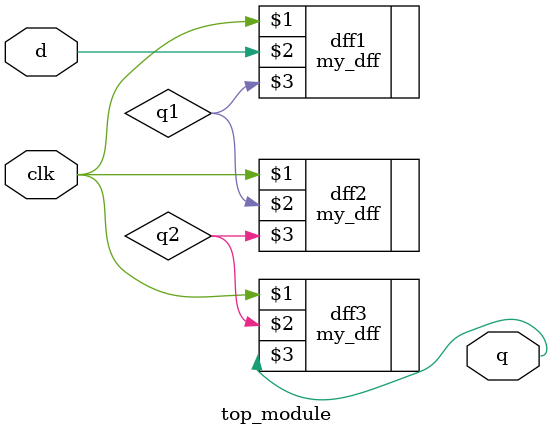
<source format=v>
module top_module ( input clk, input d, output q );
    wire q1,q2;
    my_dff dff1 (clk, d, q1);
    my_dff dff2 (clk, q1, q2);
    my_dff dff3 (clk, q2, q);
    

endmodule
//You are given a module my_dff with two inputs and one output (that implements a D flip-flop). Instantiate three of them, then chain them together to make a shift register of length 3. The clk port needs to be connected to all instances.
</source>
